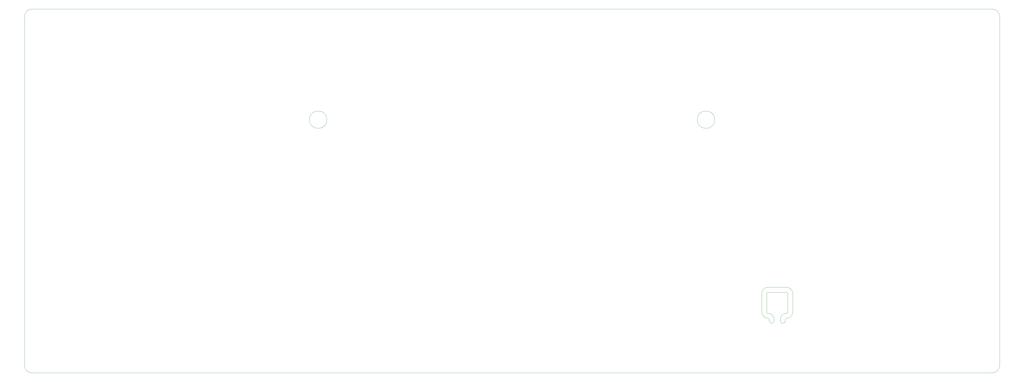
<source format=gbr>
G04 #@! TF.GenerationSoftware,KiCad,Pcbnew,(6.0.5)*
G04 #@! TF.CreationDate,2022-06-06T08:19:00-04:00*
G04 #@! TF.ProjectId,Boston-keyboard-V06-1D,426f7374-6f6e-42d6-9b65-79626f617264,rev?*
G04 #@! TF.SameCoordinates,Original*
G04 #@! TF.FileFunction,Profile,NP*
%FSLAX46Y46*%
G04 Gerber Fmt 4.6, Leading zero omitted, Abs format (unit mm)*
G04 Created by KiCad (PCBNEW (6.0.5)) date 2022-06-06 08:19:00*
%MOMM*%
%LPD*%
G01*
G04 APERTURE LIST*
G04 #@! TA.AperFunction,Profile*
%ADD10C,0.050000*%
G04 #@! TD*
G04 APERTURE END LIST*
D10*
X448475000Y-31000000D02*
G75*
G03*
X445475000Y-28000000I-3000000J0D01*
G01*
X362000000Y-153425000D02*
X362000000Y-153925000D01*
X360000000Y-153425000D02*
X360000000Y-153925000D01*
X355500000Y-153925000D02*
G75*
G03*
X357500000Y-153925000I1000000J0D01*
G01*
X355000000Y-142425000D02*
G75*
G03*
X354500000Y-142925000I0J-500000D01*
G01*
X55000000Y-31000000D02*
X55000000Y-172000000D01*
X354500000Y-150425000D02*
G75*
G03*
X355000000Y-150925000I500000J0D01*
G01*
X357500000Y-153925000D02*
X357500000Y-153425000D01*
X333500000Y-72712500D02*
G75*
G03*
X333500000Y-72712500I-3500000J0D01*
G01*
X354500000Y-150425000D02*
X354500000Y-142925000D01*
X177000000Y-72712500D02*
G75*
G03*
X177000000Y-72712500I-3500000J0D01*
G01*
X355500000Y-153925000D02*
X355500000Y-153425000D01*
X241737000Y-28000000D02*
X261737000Y-28000000D01*
X355000000Y-142425000D02*
X362500000Y-142425000D01*
X448475000Y-31000000D02*
X448475000Y-172000000D01*
X365000000Y-142925000D02*
X365000000Y-150425000D01*
X362500000Y-150925000D02*
G75*
G03*
X363000000Y-150425000I0J500000D01*
G01*
X55000000Y-172000000D02*
G75*
G03*
X58000000Y-175000000I3000000J0D01*
G01*
X360000000Y-153925000D02*
G75*
G03*
X362000000Y-153925000I1000000J0D01*
G01*
X362500000Y-152925000D02*
G75*
G03*
X365000000Y-150425000I0J2500000D01*
G01*
X362500000Y-140425000D02*
X355000000Y-140425000D01*
X355500000Y-153425000D02*
G75*
G03*
X355000000Y-152925000I-500000J0D01*
G01*
X362500000Y-150925000D02*
G75*
G03*
X360000000Y-153425000I0J-2500000D01*
G01*
X445475000Y-175000000D02*
G75*
G03*
X448475000Y-172000000I0J3000000D01*
G01*
X363000000Y-142925000D02*
G75*
G03*
X362500000Y-142425000I-500000J0D01*
G01*
X241737000Y-28000000D02*
X58000000Y-28000000D01*
X363000000Y-142925000D02*
X363000000Y-150425000D01*
X58000000Y-28000000D02*
G75*
G03*
X55000000Y-31000000I0J-3000000D01*
G01*
X362500000Y-152925000D02*
G75*
G03*
X362000000Y-153425000I0J-500000D01*
G01*
X445475000Y-175000000D02*
X58000000Y-175000000D01*
X355000000Y-140425000D02*
G75*
G03*
X352500000Y-142925000I0J-2500000D01*
G01*
X357500000Y-153425000D02*
G75*
G03*
X355000000Y-150925000I-2500000J0D01*
G01*
X352500000Y-142925000D02*
X352500000Y-150425000D01*
X365000000Y-142925000D02*
G75*
G03*
X362500000Y-140425000I-2500000J0D01*
G01*
X352500000Y-150425000D02*
G75*
G03*
X355000000Y-152925000I2500000J0D01*
G01*
X261737000Y-28000000D02*
X445475000Y-28000000D01*
M02*

</source>
